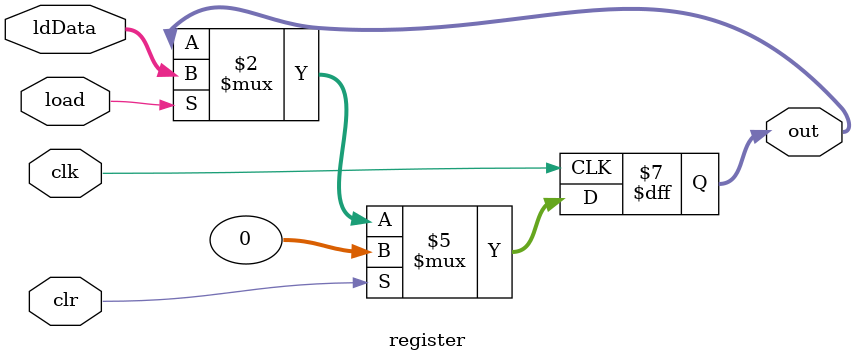
<source format=v>
module register #(
    parameter N = 32
)(
    input load, clr, clk,
    input [N-1:0] ldData,
    output reg [N-1:0] out
);
    always @(posedge clk) begin
		if (clr) out <= {N{1'b0}};
        else if (load) out <= ldData;
    end
endmodule

</source>
